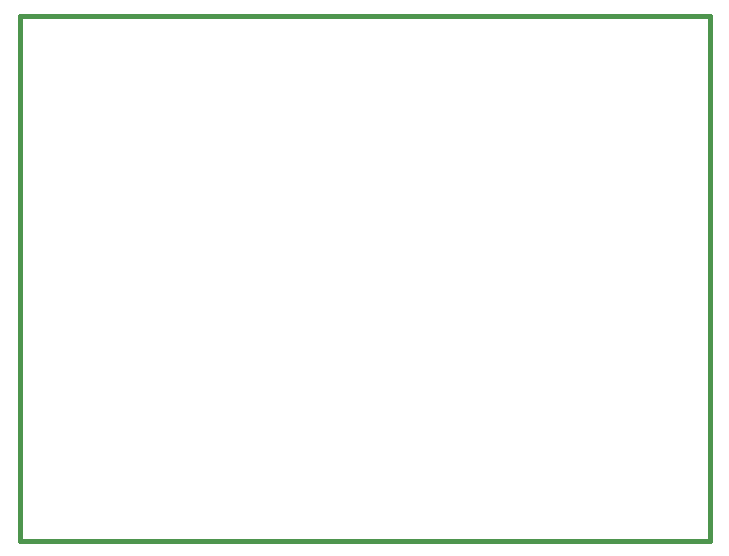
<source format=gbr>
G04 (created by PCBNEW-RS274X (2011-05-25)-stable) date Fri 31 Oct 2014 00:22:57 EDT*
G01*
G70*
G90*
%MOIN*%
G04 Gerber Fmt 3.4, Leading zero omitted, Abs format*
%FSLAX34Y34*%
G04 APERTURE LIST*
%ADD10C,0.006000*%
%ADD11C,0.015000*%
G04 APERTURE END LIST*
G54D10*
G54D11*
X37000Y-61500D02*
X37000Y-44000D01*
X60000Y-61500D02*
X37000Y-61500D01*
X60000Y-44000D02*
X60000Y-61500D01*
X37000Y-44000D02*
X60000Y-44000D01*
M02*

</source>
